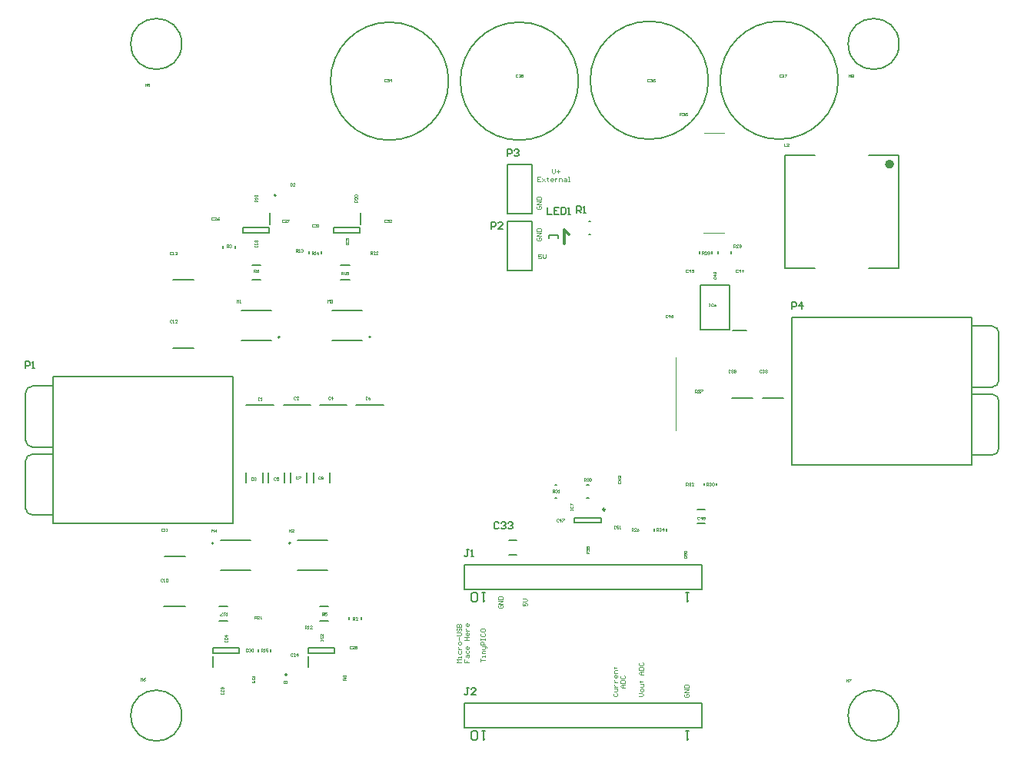
<source format=gto>
G04*
G04 #@! TF.GenerationSoftware,Altium Limited,Altium Designer,21.6.4 (81)*
G04*
G04 Layer_Color=65535*
%FSLAX44Y44*%
%MOMM*%
G71*
G04*
G04 #@! TF.SameCoordinates,04AFCEB9-1927-4C3B-B3D4-275DD85C2008*
G04*
G04*
G04 #@! TF.FilePolarity,Positive*
G04*
G01*
G75*
%ADD10C,0.2500*%
%ADD11C,0.2000*%
%ADD12C,0.5000*%
%ADD13C,0.3000*%
%ADD14C,0.1000*%
%ADD15C,0.1270*%
%ADD16C,0.1524*%
%ADD17C,0.2032*%
D10*
X524250Y257000D02*
G03*
X524250Y257000I-1250J0D01*
G01*
D11*
X-106500Y318000D02*
G03*
X-114000Y310500I0J-7500D01*
G01*
Y258500D02*
G03*
X-106500Y251000I7500J0D01*
G01*
X-114000Y333500D02*
G03*
X-106500Y326000I7500J0D01*
G01*
Y393000D02*
G03*
X-114000Y385500I0J-7500D01*
G01*
X950500Y392000D02*
G03*
X958000Y399500I0J7500D01*
G01*
Y451500D02*
G03*
X950500Y459000I-7500J0D01*
G01*
X958000Y376500D02*
G03*
X950500Y384000I-7500J0D01*
G01*
Y317000D02*
G03*
X958000Y324500I0J7500D01*
G01*
X58000Y30000D02*
G03*
X58000Y30000I-28000J0D01*
G01*
X160750Y604000D02*
G03*
X160750Y602000I0J-1000D01*
G01*
D02*
G03*
X160750Y604000I0J1000D01*
G01*
X172750Y74000D02*
G03*
X172750Y76000I0J1000D01*
G01*
D02*
G03*
X172750Y74000I0J-1000D01*
G01*
X93000Y220000D02*
G03*
X93000Y220000I-1000J0D01*
G01*
X266000Y447000D02*
G03*
X266000Y447000I-1000J0D01*
G01*
X178000Y220000D02*
G03*
X178000Y220000I-1000J0D01*
G01*
X166000Y447000D02*
G03*
X166000Y447000I-1000J0D01*
G01*
X848000Y30000D02*
G03*
X848000Y30000I-28000J0D01*
G01*
X58000Y770000D02*
G03*
X58000Y770000I-28000J0D01*
G01*
X848000D02*
G03*
X848000Y770000I-28000J0D01*
G01*
X781000Y730000D02*
G03*
X781000Y730000I-65000J0D01*
G01*
X637957D02*
G03*
X637957Y730000I-65000J0D01*
G01*
X494915Y729000D02*
G03*
X494915Y729000I-65000J0D01*
G01*
X351872D02*
G03*
X351872Y729000I-65000J0D01*
G01*
X520000Y242500D02*
Y247500D01*
X490000Y242500D02*
Y247500D01*
X520000D01*
X490000Y242500D02*
X520000D01*
X504292Y270042D02*
X506792D01*
X504292Y284042D02*
X506792D01*
X592000Y233750D02*
Y236250D01*
X578000Y233750D02*
Y236250D01*
X626031Y241595D02*
X633969D01*
X626031Y257157D02*
X633969D01*
X647000Y283750D02*
Y286250D01*
X633000Y283750D02*
Y286250D01*
X416550Y520600D02*
Y574400D01*
X443450D01*
Y520600D02*
Y574400D01*
X416550Y520600D02*
X443450D01*
X506000Y560500D02*
X508500D01*
X506000Y574500D02*
X508500D01*
X472500Y556000D02*
Y559000D01*
X462500Y556000D02*
Y559000D01*
X472500D01*
X114000Y241500D02*
Y403500D01*
X-84000Y241500D02*
Y403500D01*
Y241500D02*
X114000D01*
X-84000Y403500D02*
X114000Y403500D01*
X-106500Y318000D02*
X-84000D01*
X-114000Y258000D02*
Y310500D01*
X-106500Y251000D02*
X-84000D01*
X-106500Y326000D02*
X-84000D01*
X-114000Y333000D02*
Y385500D01*
X-106500Y393000D02*
X-84000D01*
X416550Y636900D02*
X443450D01*
X416550Y583100D02*
Y636900D01*
Y583100D02*
X443450D01*
Y636900D01*
X630750Y16500D02*
Y43500D01*
X369250D02*
X630750D01*
X369250Y16500D02*
Y43500D01*
Y16500D02*
X630750D01*
Y168900D02*
Y195900D01*
X369250D02*
X630750D01*
X369250Y168900D02*
Y195900D01*
Y168900D02*
X630750D01*
X418531Y222781D02*
X426469D01*
X418531Y207219D02*
X426469D01*
X730000Y306500D02*
Y468500D01*
X928000Y306500D02*
Y468500D01*
X730000D02*
X928000D01*
X730000Y306500D02*
X928000Y306500D01*
Y392000D02*
X950500D01*
X958000Y399500D02*
Y452000D01*
X928000Y459000D02*
X950500D01*
X928000Y384000D02*
X950500D01*
X958000Y324500D02*
Y377000D01*
X928000Y317000D02*
X950500D01*
X48500Y510000D02*
X71500D01*
X48500Y435000D02*
X71500D01*
X38696Y205000D02*
X61696D01*
X38500Y150000D02*
X61500D01*
X221000Y286500D02*
Y297500D01*
X203000Y286500D02*
Y297500D01*
X196085Y286500D02*
Y297500D01*
X178085Y286500D02*
Y297500D01*
X250000Y372000D02*
X280000D01*
X171543Y286500D02*
Y297500D01*
X153543Y286500D02*
Y297500D01*
X210000Y372000D02*
X240000D01*
X147000Y286500D02*
Y297500D01*
X129000Y286500D02*
Y297500D01*
X170000Y372000D02*
X200000D01*
X129000D02*
X159000D01*
X663615Y380000D02*
X686615D01*
X697858D02*
X720857D01*
X92500Y99000D02*
Y105000D01*
X121500D01*
Y99000D02*
Y105000D01*
X92500Y99000D02*
X121500D01*
X92000Y83500D02*
Y95500D01*
X197500Y99000D02*
Y105000D01*
X226500D01*
Y99000D02*
Y105000D01*
X197500Y99000D02*
X226500D01*
X197000Y83500D02*
Y95500D01*
X629000Y455500D02*
X661000D01*
X629000D02*
Y504500D01*
X661000D01*
Y455500D02*
Y504500D01*
X664500Y454200D02*
X679750D01*
X254500Y562000D02*
Y568000D01*
X225500Y562000D02*
X254500D01*
X225500D02*
Y568000D01*
X254500D01*
X255000Y571500D02*
Y583500D01*
X156000Y100750D02*
Y103250D01*
X142000Y100750D02*
Y103250D01*
X135269Y510000D02*
X144731D01*
X135269Y526000D02*
X144731D01*
X210270Y150000D02*
X219731D01*
X210270Y134000D02*
X219731D01*
X117000Y544750D02*
Y547250D01*
X103000Y544750D02*
Y547250D01*
X242000Y135750D02*
Y138250D01*
X256000Y135750D02*
Y138250D01*
X649043Y538750D02*
Y541250D01*
X663043Y538750D02*
Y541250D01*
X628000Y538750D02*
Y541250D01*
X642000Y538750D02*
Y541250D01*
X233270Y510000D02*
X242731D01*
X233270Y526000D02*
X242731D01*
X99436Y134000D02*
X108897D01*
X99436Y150000D02*
X108897D01*
X212000Y538750D02*
Y541250D01*
X198000Y538750D02*
Y541250D01*
X847500Y522500D02*
Y647500D01*
X722500Y522500D02*
Y647500D01*
X815000Y522500D02*
X847500D01*
X815000Y647500D02*
X847500D01*
X722500D02*
X755000D01*
X722500Y522500D02*
X755000D01*
X468750Y270042D02*
X471250D01*
X468750Y284042D02*
X471250D01*
X154500Y562000D02*
Y568000D01*
X125500Y562000D02*
X154500D01*
X125500D02*
Y568000D01*
X154500D01*
X155000Y571500D02*
Y583500D01*
D12*
X840000Y637500D02*
G03*
X840000Y637500I-2500J0D01*
G01*
D13*
X478930Y549880D02*
Y565120D01*
X484010Y560040D01*
D14*
X632500Y562000D02*
X655000D01*
X633000Y672000D02*
X655500D01*
X602472Y343950D02*
Y424600D01*
X533937Y55004D02*
X533104Y54171D01*
Y52505D01*
X533937Y51672D01*
X537269D01*
X538102Y52505D01*
Y54171D01*
X537269Y55004D01*
X534770Y56670D02*
X537269D01*
X538102Y57503D01*
Y60002D01*
X534770D01*
Y61669D02*
X538102D01*
X536436D01*
X535603Y62502D01*
X534770Y63335D01*
Y64168D01*
Y66667D02*
X538102D01*
X536436D01*
X535603Y67500D01*
X534770Y68333D01*
Y69166D01*
X538102Y74165D02*
Y72498D01*
X537269Y71665D01*
X535603D01*
X534770Y72498D01*
Y74165D01*
X535603Y74998D01*
X536436D01*
Y71665D01*
X538102Y76664D02*
X534770D01*
Y79163D01*
X535603Y79996D01*
X538102D01*
X533937Y82495D02*
X534770D01*
Y81662D01*
Y83328D01*
Y82495D01*
X537269D01*
X538102Y83328D01*
X546500Y60835D02*
X543168D01*
X541502Y62502D01*
X543168Y64168D01*
X546500D01*
X544001D01*
Y60835D01*
X541502Y65834D02*
X546500D01*
Y68333D01*
X545667Y69166D01*
X542335D01*
X541502Y68333D01*
Y65834D01*
X542335Y74165D02*
X541502Y73331D01*
Y71665D01*
X542335Y70832D01*
X545667D01*
X546500Y71665D01*
Y73331D01*
X545667Y74165D01*
X449835Y591668D02*
X449002Y590835D01*
Y589169D01*
X449835Y588336D01*
X453167D01*
X454000Y589169D01*
Y590835D01*
X453167Y591668D01*
X451501D01*
Y590002D01*
X454000Y593334D02*
X449002D01*
X454000Y596666D01*
X449002D01*
Y598332D02*
X454000D01*
Y600831D01*
X453167Y601665D01*
X449835D01*
X449002Y600831D01*
Y598332D01*
X561502Y51256D02*
X564834D01*
X566500Y52922D01*
X564834Y54588D01*
X561502D01*
X566500Y57087D02*
Y58754D01*
X565667Y59587D01*
X564001D01*
X563168Y58754D01*
Y57087D01*
X564001Y56255D01*
X565667D01*
X566500Y57087D01*
X563168Y61253D02*
X565667D01*
X566500Y62086D01*
Y64585D01*
X563168D01*
X562335Y67084D02*
X563168D01*
Y66251D01*
Y67917D01*
Y67084D01*
X565667D01*
X566500Y67917D01*
Y75415D02*
X563168D01*
X561502Y77081D01*
X563168Y78747D01*
X566500D01*
X564001D01*
Y75415D01*
X561502Y80413D02*
X566500D01*
Y82912D01*
X565667Y83745D01*
X562335D01*
X561502Y82912D01*
Y80413D01*
X562335Y88744D02*
X561502Y87911D01*
Y86245D01*
X562335Y85412D01*
X565667D01*
X566500Y86245D01*
Y87911D01*
X565667Y88744D01*
X365602Y88757D02*
X360604D01*
X362270Y90423D01*
X360604Y92089D01*
X365602D01*
Y93755D02*
Y95421D01*
Y94588D01*
X362270D01*
Y93755D01*
Y101253D02*
Y98754D01*
X363103Y97921D01*
X364769D01*
X365602Y98754D01*
Y101253D01*
X362270Y102919D02*
X365602D01*
X363936D01*
X363103Y103752D01*
X362270Y104585D01*
Y105418D01*
X365602Y108750D02*
Y110417D01*
X364769Y111250D01*
X363103D01*
X362270Y110417D01*
Y108750D01*
X363103Y107917D01*
X364769D01*
X365602Y108750D01*
X363103Y112916D02*
Y116248D01*
X360604Y117914D02*
X364769D01*
X365602Y118747D01*
Y120413D01*
X364769Y121246D01*
X360604D01*
X361437Y126245D02*
X360604Y125412D01*
Y123746D01*
X361437Y122913D01*
X362270D01*
X363103Y123746D01*
Y125412D01*
X363936Y126245D01*
X364769D01*
X365602Y125412D01*
Y123746D01*
X364769Y122913D01*
X360604Y127911D02*
X365602D01*
Y130410D01*
X364769Y131243D01*
X363936D01*
X363103Y130410D01*
Y127911D01*
Y130410D01*
X362270Y131243D01*
X361437D01*
X360604Y130410D01*
Y127911D01*
X369002Y91673D02*
Y88341D01*
X371501D01*
Y90007D01*
Y88341D01*
X374000D01*
X370668Y94172D02*
Y95838D01*
X371501Y96671D01*
X374000D01*
Y94172D01*
X373167Y93339D01*
X372334Y94172D01*
Y96671D01*
X370668Y101670D02*
Y99170D01*
X371501Y98337D01*
X373167D01*
X374000Y99170D01*
Y101670D01*
Y105835D02*
Y104169D01*
X373167Y103336D01*
X371501D01*
X370668Y104169D01*
Y105835D01*
X371501Y106668D01*
X372334D01*
Y103336D01*
X369002Y113332D02*
X374000D01*
X371501D01*
Y116665D01*
X369002D01*
X374000D01*
Y120830D02*
Y119164D01*
X373167Y118331D01*
X371501D01*
X370668Y119164D01*
Y120830D01*
X371501Y121663D01*
X372334D01*
Y118331D01*
X370668Y123329D02*
X374000D01*
X372334D01*
X371501Y124162D01*
X370668Y124995D01*
Y125828D01*
X374000Y130827D02*
Y129160D01*
X373167Y128327D01*
X371501D01*
X370668Y129160D01*
Y130827D01*
X371501Y131660D01*
X372334D01*
Y128327D01*
X434002Y154167D02*
Y150835D01*
X436501D01*
X435668Y152501D01*
Y153334D01*
X436501Y154167D01*
X438167D01*
X439000Y153334D01*
Y151668D01*
X438167Y150835D01*
X434002Y155833D02*
X437334D01*
X439000Y157499D01*
X437334Y159165D01*
X434002D01*
X387336Y89173D02*
Y92505D01*
Y90839D01*
X392334D01*
Y94171D02*
Y95837D01*
Y95004D01*
X389002D01*
Y94171D01*
X392334Y98336D02*
X389002D01*
Y100836D01*
X389835Y101669D01*
X392334D01*
X389002Y103335D02*
X391501D01*
X392334Y104168D01*
Y106667D01*
X393167D01*
X394000Y105834D01*
Y105001D01*
X392334Y106667D02*
X389002D01*
X392334Y108333D02*
X387336D01*
Y110832D01*
X388168Y111665D01*
X389835D01*
X390668Y110832D01*
Y108333D01*
X387336Y113331D02*
Y114998D01*
Y114164D01*
X392334D01*
Y113331D01*
Y114998D01*
X388168Y120829D02*
X387336Y119996D01*
Y118330D01*
X388168Y117497D01*
X391501D01*
X392334Y118330D01*
Y119996D01*
X391501Y120829D01*
X387336Y124994D02*
Y123328D01*
X388168Y122495D01*
X391501D01*
X392334Y123328D01*
Y124994D01*
X391501Y125827D01*
X388168D01*
X387336Y124994D01*
X454167Y538498D02*
X450835D01*
Y535999D01*
X452501Y536832D01*
X453334D01*
X454167Y535999D01*
Y534333D01*
X453334Y533500D01*
X451668D01*
X450835Y534333D01*
X455833Y538498D02*
Y535166D01*
X457499Y533500D01*
X459165Y535166D01*
Y538498D01*
X612335Y54168D02*
X611502Y53335D01*
Y51669D01*
X612335Y50835D01*
X615667D01*
X616500Y51669D01*
Y53335D01*
X615667Y54168D01*
X614001D01*
Y52502D01*
X616500Y55834D02*
X611502D01*
X616500Y59166D01*
X611502D01*
Y60832D02*
X616500D01*
Y63331D01*
X615667Y64165D01*
X612335D01*
X611502Y63331D01*
Y60832D01*
X449835Y556668D02*
X449002Y555835D01*
Y554169D01*
X449835Y553336D01*
X453167D01*
X454000Y554169D01*
Y555835D01*
X453167Y556668D01*
X451501D01*
Y555002D01*
X454000Y558334D02*
X449002D01*
X454000Y561666D01*
X449002D01*
Y563332D02*
X454000D01*
Y565831D01*
X453167Y566665D01*
X449835D01*
X449002Y565831D01*
Y563332D01*
X465834Y631896D02*
Y628564D01*
X467500Y626898D01*
X469166Y628564D01*
Y631896D01*
X470832Y629397D02*
X474165D01*
X472498Y631063D02*
Y627731D01*
X452921Y623498D02*
X449589D01*
Y618500D01*
X452921D01*
X449589Y620999D02*
X451255D01*
X454588Y621832D02*
X457920Y618500D01*
X456254Y620166D01*
X457920Y621832D01*
X454588Y618500D01*
X460419Y622665D02*
Y621832D01*
X459586D01*
X461252D01*
X460419D01*
Y619333D01*
X461252Y618500D01*
X466250D02*
X464584D01*
X463751Y619333D01*
Y620999D01*
X464584Y621832D01*
X466250D01*
X467084Y620999D01*
Y620166D01*
X463751D01*
X468750Y621832D02*
Y618500D01*
Y620166D01*
X469583Y620999D01*
X470416Y621832D01*
X471249D01*
X473748Y618500D02*
Y621832D01*
X476247D01*
X477080Y620999D01*
Y618500D01*
X479579Y621832D02*
X481245D01*
X482079Y620999D01*
Y618500D01*
X479579D01*
X478746Y619333D01*
X479579Y620166D01*
X482079D01*
X483745Y618500D02*
X485411D01*
X484578D01*
Y623498D01*
X483745D01*
X407335Y151668D02*
X406502Y150835D01*
Y149169D01*
X407335Y148336D01*
X410667D01*
X411500Y149169D01*
Y150835D01*
X410667Y151668D01*
X409001D01*
Y150002D01*
X411500Y153334D02*
X406502D01*
X411500Y156666D01*
X406502D01*
Y158332D02*
X411500D01*
Y160831D01*
X410667Y161665D01*
X407335D01*
X406502Y160831D01*
Y158332D01*
X623501Y386001D02*
Y388999D01*
X625001D01*
X625501Y388500D01*
Y387500D01*
X625001Y387000D01*
X623501D01*
X624501D02*
X625501Y386001D01*
X626500Y388500D02*
X627000Y388999D01*
X628000D01*
X628500Y388500D01*
Y388000D01*
X628000Y387500D01*
X627500D01*
X628000D01*
X628500Y387000D01*
Y386500D01*
X628000Y386001D01*
X627000D01*
X626500Y386500D01*
X629499Y388999D02*
X631499D01*
Y388500D01*
X629499Y386500D01*
Y386001D01*
X553501Y233500D02*
Y236500D01*
X555001D01*
X555501Y236000D01*
Y235000D01*
X555001Y234500D01*
X553501D01*
X554501D02*
X555501Y233500D01*
X558500D02*
X556500D01*
X558500Y235500D01*
Y236000D01*
X558000Y236500D01*
X557000D01*
X556500Y236000D01*
X561499Y236500D02*
X560499Y236000D01*
X559499Y235000D01*
Y234000D01*
X559999Y233500D01*
X560999D01*
X561499Y234000D01*
Y234500D01*
X560999Y235000D01*
X559499D01*
X718001Y736000D02*
X717501Y736499D01*
X716501D01*
X716001Y736000D01*
Y734000D01*
X716501Y733501D01*
X717501D01*
X718001Y734000D01*
X719000Y736000D02*
X719500Y736499D01*
X720500D01*
X721000Y736000D01*
Y735500D01*
X720500Y735000D01*
X720000D01*
X720500D01*
X721000Y734500D01*
Y734000D01*
X720500Y733501D01*
X719500D01*
X719000Y734000D01*
X721999Y736499D02*
X723999D01*
Y736000D01*
X721999Y734000D01*
Y733501D01*
X573001Y731000D02*
X572501Y731499D01*
X571501D01*
X571001Y731000D01*
Y729000D01*
X571501Y728501D01*
X572501D01*
X573001Y729000D01*
X574000Y731000D02*
X574500Y731499D01*
X575500D01*
X576000Y731000D01*
Y730500D01*
X575500Y730000D01*
X575000D01*
X575500D01*
X576000Y729500D01*
Y729000D01*
X575500Y728501D01*
X574500D01*
X574000Y729000D01*
X578999Y731499D02*
X577999Y731000D01*
X576999Y730000D01*
Y729000D01*
X577499Y728501D01*
X578499D01*
X578999Y729000D01*
Y729500D01*
X578499Y730000D01*
X576999D01*
X428001Y736000D02*
X427501Y736499D01*
X426501D01*
X426001Y736000D01*
Y734000D01*
X426501Y733501D01*
X427501D01*
X428001Y734000D01*
X429000Y736000D02*
X429500Y736499D01*
X430500D01*
X431000Y736000D01*
Y735500D01*
X430500Y735000D01*
X430000D01*
X430500D01*
X431000Y734500D01*
Y734000D01*
X430500Y733501D01*
X429500D01*
X429000Y734000D01*
X433999Y736499D02*
X431999D01*
Y735000D01*
X432999Y735500D01*
X433499D01*
X433999Y735000D01*
Y734000D01*
X433499Y733501D01*
X432499D01*
X431999Y734000D01*
X283001Y731000D02*
X282501Y731499D01*
X281501D01*
X281001Y731000D01*
Y729000D01*
X281501Y728501D01*
X282501D01*
X283001Y729000D01*
X284000Y731000D02*
X284500Y731499D01*
X285500D01*
X286000Y731000D01*
Y730500D01*
X285500Y730000D01*
X285000D01*
X285500D01*
X286000Y729500D01*
Y729000D01*
X285500Y728501D01*
X284500D01*
X284000Y729000D01*
X288499Y728501D02*
Y731499D01*
X286999Y730000D01*
X288999D01*
X792501Y733501D02*
Y736499D01*
X793501Y735500D01*
X794500Y736499D01*
Y733501D01*
X795500Y736000D02*
X796000Y736499D01*
X796999D01*
X797499Y736000D01*
Y735500D01*
X796999Y735000D01*
X797499Y734500D01*
Y734000D01*
X796999Y733501D01*
X796000D01*
X795500Y734000D01*
Y734500D01*
X796000Y735000D01*
X795500Y735500D01*
Y736000D01*
X796000Y735000D02*
X796999D01*
X789982Y67098D02*
Y70097D01*
X790982Y69097D01*
X791981Y70097D01*
Y67098D01*
X792981Y70097D02*
X794980D01*
Y69597D01*
X792981Y67598D01*
Y67098D01*
X12501Y68500D02*
Y71500D01*
X13500Y70500D01*
X14500Y71500D01*
Y68500D01*
X17499Y71500D02*
X16500Y71000D01*
X15500Y70000D01*
Y69000D01*
X16000Y68500D01*
X16999D01*
X17499Y69000D01*
Y69500D01*
X16999Y70000D01*
X15500D01*
X17501Y723501D02*
Y726499D01*
X18500Y725500D01*
X19500Y726499D01*
Y723501D01*
X22499Y726499D02*
X20500D01*
Y725000D01*
X21500Y725500D01*
X21999D01*
X22499Y725000D01*
Y724000D01*
X21999Y723501D01*
X21000D01*
X20500Y724000D01*
X266001Y538501D02*
Y541499D01*
X267501D01*
X268001Y541000D01*
Y540000D01*
X267501Y539500D01*
X266001D01*
X267001D02*
X268001Y538501D01*
X271000D02*
X269000D01*
X271000Y540500D01*
Y541000D01*
X270500Y541499D01*
X269500D01*
X269000Y541000D01*
X273999Y538501D02*
X271999D01*
X273999Y540500D01*
Y541000D01*
X273499Y541499D01*
X272499D01*
X271999Y541000D01*
X138501Y136501D02*
Y139500D01*
X140001D01*
X140500Y139000D01*
Y138000D01*
X140001Y137500D01*
X138501D01*
X139501D02*
X140500Y136501D01*
X143500D02*
X141500D01*
X143500Y138500D01*
Y139000D01*
X143000Y139500D01*
X142000D01*
X141500Y139000D01*
X144499Y136501D02*
X145499D01*
X144999D01*
Y139500D01*
X144499Y139000D01*
X251500Y596001D02*
X248500D01*
Y597501D01*
X249000Y598001D01*
X250000D01*
X250500Y597501D01*
Y596001D01*
Y597001D02*
X251500Y598001D01*
Y601000D02*
Y599000D01*
X249500Y601000D01*
X249000D01*
X248500Y600500D01*
Y599500D01*
X249000Y599000D01*
Y601999D02*
X248500Y602499D01*
Y603499D01*
X249000Y603999D01*
X251000D01*
X251500Y603499D01*
Y602499D01*
X251000Y601999D01*
X249000D01*
X135500Y73706D02*
X138499D01*
Y72207D01*
X138000Y71707D01*
X137000D01*
X136500Y72207D01*
Y73706D01*
Y72707D02*
X135500Y71707D01*
Y70707D02*
Y69707D01*
Y70207D01*
X138499D01*
X138000Y70707D01*
X136000Y68208D02*
X135500Y67708D01*
Y66708D01*
X136000Y66209D01*
X138000D01*
X138499Y66708D01*
Y67708D01*
X138000Y68208D01*
X137500D01*
X137000Y67708D01*
Y66209D01*
X183751Y541001D02*
Y543999D01*
X185251D01*
X185751Y543500D01*
Y542500D01*
X185251Y542000D01*
X183751D01*
X184751D02*
X185751Y541001D01*
X186750D02*
X187750D01*
X187250D01*
Y543999D01*
X186750Y543500D01*
X189249D02*
X189749Y543999D01*
X190749D01*
X191249Y543500D01*
Y543000D01*
X190749Y542500D01*
X190249D01*
X190749D01*
X191249Y542000D01*
Y541500D01*
X190749Y541001D01*
X189749D01*
X189249Y541500D01*
X193751Y126000D02*
Y129000D01*
X195251D01*
X195751Y128500D01*
Y127500D01*
X195251Y127000D01*
X193751D01*
X194751D02*
X195751Y126000D01*
X196750D02*
X197750D01*
X197250D01*
Y129000D01*
X196750Y128500D01*
X201249Y126000D02*
X199249D01*
X201249Y128000D01*
Y128500D01*
X200749Y129000D01*
X199749D01*
X199249Y128500D01*
X141500Y596251D02*
X138500D01*
Y597751D01*
X139000Y598251D01*
X140000D01*
X140500Y597751D01*
Y596251D01*
Y597251D02*
X141500Y598251D01*
Y599250D02*
Y600250D01*
Y599750D01*
X138500D01*
X139000Y599250D01*
Y601749D02*
X138500Y602249D01*
Y603249D01*
X139000Y603749D01*
X141000D01*
X141500Y603249D01*
Y602249D01*
X141000Y601749D01*
X139000D01*
X238500Y69501D02*
X235501D01*
Y71000D01*
X236000Y71500D01*
X237000D01*
X237500Y71000D01*
Y69501D01*
Y70500D02*
X238500Y71500D01*
X238000Y72500D02*
X238500Y73000D01*
Y73999D01*
X238000Y74499D01*
X236000D01*
X235501Y73999D01*
Y73000D01*
X236000Y72500D01*
X236500D01*
X237000Y73000D01*
Y74499D01*
X721148Y660431D02*
Y657432D01*
X723147D01*
X726146D02*
X724147D01*
X726146Y659431D01*
Y659931D01*
X725647Y660431D01*
X724647D01*
X724147Y659931D01*
X606594Y691214D02*
Y694213D01*
X608093D01*
X608593Y693713D01*
Y692713D01*
X608093Y692214D01*
X606594D01*
X607594D02*
X608593Y691214D01*
X609593Y693713D02*
X610093Y694213D01*
X611093D01*
X611592Y693713D01*
Y693213D01*
X611093Y692713D01*
X610593D01*
X611093D01*
X611592Y692214D01*
Y691714D01*
X611093Y691214D01*
X610093D01*
X609593Y691714D01*
X614591Y694213D02*
X613592Y693713D01*
X612592Y692713D01*
Y691714D01*
X613092Y691214D01*
X614092D01*
X614591Y691714D01*
Y692214D01*
X614092Y692713D01*
X612592D01*
X506499Y208501D02*
X503501D01*
Y210001D01*
X504000Y210501D01*
X505000D01*
X505500Y210001D01*
Y208501D01*
Y209501D02*
X506499Y210501D01*
X504000Y211500D02*
X503501Y212000D01*
Y213000D01*
X504000Y213500D01*
X504500D01*
X505000Y213000D01*
Y212500D01*
Y213000D01*
X505500Y213500D01*
X506000D01*
X506499Y213000D01*
Y212000D01*
X506000Y211500D01*
X503501Y216499D02*
Y214499D01*
X505000D01*
X504500Y215499D01*
Y215999D01*
X505000Y216499D01*
X506000D01*
X506499Y215999D01*
Y214999D01*
X506000Y214499D01*
X581001Y233500D02*
Y236500D01*
X582501D01*
X583001Y236000D01*
Y235000D01*
X582501Y234500D01*
X581001D01*
X582001D02*
X583001Y233500D01*
X584000Y236000D02*
X584500Y236500D01*
X585500D01*
X586000Y236000D01*
Y235500D01*
X585500Y235000D01*
X585000D01*
X585500D01*
X586000Y234500D01*
Y234000D01*
X585500Y233500D01*
X584500D01*
X584000Y234000D01*
X588499Y233500D02*
Y236500D01*
X586999Y235000D01*
X588999D01*
X501001Y288500D02*
Y291500D01*
X502501D01*
X503001Y291000D01*
Y290000D01*
X502501Y289500D01*
X501001D01*
X502001D02*
X503001Y288500D01*
X504000Y291000D02*
X504500Y291500D01*
X505500D01*
X506000Y291000D01*
Y290500D01*
X505500Y290000D01*
X505000D01*
X505500D01*
X506000Y289500D01*
Y289000D01*
X505500Y288500D01*
X504500D01*
X504000Y289000D01*
X506999Y291000D02*
X507499Y291500D01*
X508499D01*
X508999Y291000D01*
Y290500D01*
X508499Y290000D01*
X507999D01*
X508499D01*
X508999Y289500D01*
Y289000D01*
X508499Y288500D01*
X507499D01*
X506999Y289000D01*
X613501Y283500D02*
Y286500D01*
X615001D01*
X615501Y286000D01*
Y285000D01*
X615001Y284500D01*
X613501D01*
X614501D02*
X615501Y283500D01*
X616500Y286000D02*
X617000Y286500D01*
X618000D01*
X618500Y286000D01*
Y285500D01*
X618000Y285000D01*
X617500D01*
X618000D01*
X618500Y284500D01*
Y284000D01*
X618000Y283500D01*
X617000D01*
X616500Y284000D01*
X621499Y283500D02*
X619499D01*
X621499Y285500D01*
Y286000D01*
X620999Y286500D01*
X619999D01*
X619499Y286000D01*
X466501Y276000D02*
Y279000D01*
X468001D01*
X468501Y278500D01*
Y277500D01*
X468001Y277000D01*
X466501D01*
X467501D02*
X468501Y276000D01*
X469500Y278500D02*
X470000Y279000D01*
X471000D01*
X471499Y278500D01*
Y278000D01*
X471000Y277500D01*
X470500D01*
X471000D01*
X471499Y277000D01*
Y276500D01*
X471000Y276000D01*
X470000D01*
X469500Y276500D01*
X472499Y276000D02*
X473499D01*
X472999D01*
Y279000D01*
X472499Y278500D01*
X636001Y283500D02*
Y286500D01*
X637501D01*
X638001Y286000D01*
Y285000D01*
X637501Y284500D01*
X636001D01*
X637001D02*
X638001Y283500D01*
X639000Y286000D02*
X639500Y286500D01*
X640500D01*
X641000Y286000D01*
Y285500D01*
X640500Y285000D01*
X640000D01*
X640500D01*
X641000Y284500D01*
Y284000D01*
X640500Y283500D01*
X639500D01*
X639000Y284000D01*
X641999Y286000D02*
X642499Y286500D01*
X643499D01*
X643999Y286000D01*
Y284000D01*
X643499Y283500D01*
X642499D01*
X641999Y284000D01*
Y286000D01*
X666001Y546001D02*
Y548999D01*
X667501D01*
X668001Y548500D01*
Y547500D01*
X667501Y547000D01*
X666001D01*
X667001D02*
X668001Y546001D01*
X671000D02*
X669000D01*
X671000Y548000D01*
Y548500D01*
X670500Y548999D01*
X669500D01*
X669000Y548500D01*
X671999Y546500D02*
X672499Y546001D01*
X673499D01*
X673999Y546500D01*
Y548500D01*
X673499Y548999D01*
X672499D01*
X671999Y548500D01*
Y548000D01*
X672499Y547500D01*
X673999D01*
X631001Y538501D02*
Y541499D01*
X632501D01*
X633001Y541000D01*
Y540000D01*
X632501Y539500D01*
X631001D01*
X632001D02*
X633001Y538501D01*
X636000D02*
X634000D01*
X636000Y540500D01*
Y541000D01*
X635500Y541499D01*
X634500D01*
X634000Y541000D01*
X636999D02*
X637499Y541499D01*
X638499D01*
X638999Y541000D01*
Y540500D01*
X638499Y540000D01*
X638999Y539500D01*
Y539000D01*
X638499Y538501D01*
X637499D01*
X636999Y539000D01*
Y539500D01*
X637499Y540000D01*
X636999Y540500D01*
Y541000D01*
X637499Y540000D02*
X638499D01*
X233751Y516001D02*
Y518999D01*
X235251D01*
X235751Y518500D01*
Y517500D01*
X235251Y517000D01*
X233751D01*
X234751D02*
X235751Y516001D01*
X236750D02*
X237750D01*
X237250D01*
Y518999D01*
X236750Y518500D01*
X239249D02*
X239749Y518999D01*
X240749D01*
X241249Y518500D01*
Y518000D01*
X240749Y517500D01*
X241249Y517000D01*
Y516500D01*
X240749Y516001D01*
X239749D01*
X239249Y516500D01*
Y517000D01*
X239749Y517500D01*
X239249Y518000D01*
Y518500D01*
X239749Y517500D02*
X240749D01*
X107915Y143499D02*
Y140500D01*
X106416D01*
X105916Y141000D01*
Y142000D01*
X106416Y142500D01*
X107915D01*
X106916D02*
X105916Y143499D01*
X104916D02*
X103916D01*
X104416D01*
Y140500D01*
X104916Y141000D01*
X102417Y140500D02*
X100418D01*
Y141000D01*
X102417Y143000D01*
Y143499D01*
X201251Y538501D02*
Y541499D01*
X202751D01*
X203251Y541000D01*
Y540000D01*
X202751Y539500D01*
X201251D01*
X202251D02*
X203251Y538501D01*
X204250D02*
X205250D01*
X204750D01*
Y541499D01*
X204250Y541000D01*
X208749Y541499D02*
X207749Y541000D01*
X206749Y540000D01*
Y539000D01*
X207249Y538501D01*
X208249D01*
X208749Y539000D01*
Y539500D01*
X208249Y540000D01*
X206749D01*
X145416Y100500D02*
Y103499D01*
X146916D01*
X147416Y103000D01*
Y102000D01*
X146916Y101500D01*
X145416D01*
X146416D02*
X147416Y100500D01*
X148415D02*
X149415D01*
X148915D01*
Y103499D01*
X148415Y103000D01*
X152914Y103499D02*
X150914D01*
Y102000D01*
X151914Y102500D01*
X152414D01*
X152914Y102000D01*
Y101000D01*
X152414Y100500D01*
X151414D01*
X150914Y101000D01*
X137501Y518501D02*
Y521499D01*
X139000D01*
X139500Y521000D01*
Y520000D01*
X139000Y519500D01*
X137501D01*
X138500D02*
X139500Y518501D01*
X142499Y521499D02*
X141500Y521000D01*
X140500Y520000D01*
Y519000D01*
X141000Y518501D01*
X141999D01*
X142499Y519000D01*
Y519500D01*
X141999Y520000D01*
X140500D01*
X212501Y140500D02*
Y143499D01*
X214000D01*
X214500Y143000D01*
Y142000D01*
X214000Y141500D01*
X212501D01*
X213500D02*
X214500Y140500D01*
X217499Y143499D02*
X215500D01*
Y142000D01*
X216500Y142500D01*
X216999D01*
X217499Y142000D01*
Y141000D01*
X216999Y140500D01*
X216000D01*
X215500Y141000D01*
X107501Y546001D02*
Y548999D01*
X109000D01*
X109500Y548500D01*
Y547500D01*
X109000Y547000D01*
X107501D01*
X108500D02*
X109500Y546001D01*
X110500Y548500D02*
X111000Y548999D01*
X111999D01*
X112499Y548500D01*
Y548000D01*
X111999Y547500D01*
X111500D01*
X111999D01*
X112499Y547000D01*
Y546500D01*
X111999Y546001D01*
X111000D01*
X110500Y546500D01*
X246501Y135500D02*
Y138499D01*
X248000D01*
X248500Y138000D01*
Y137000D01*
X248000Y136500D01*
X246501D01*
X247500D02*
X248500Y135500D01*
X251499D02*
X249500D01*
X251499Y137500D01*
Y138000D01*
X250999Y138499D01*
X250000D01*
X249500Y138000D01*
X90974Y232236D02*
Y235235D01*
X91974Y234235D01*
X92973Y235235D01*
Y232236D01*
X95473D02*
Y235235D01*
X93973Y233736D01*
X95972D01*
X218736Y485220D02*
Y488219D01*
X219736Y487219D01*
X220735Y488219D01*
Y485220D01*
X221735Y487719D02*
X222235Y488219D01*
X223235D01*
X223734Y487719D01*
Y487219D01*
X223235Y486720D01*
X222735D01*
X223235D01*
X223734Y486220D01*
Y485720D01*
X223235Y485220D01*
X222235D01*
X221735Y485720D01*
X176064Y232236D02*
Y235235D01*
X177064Y234235D01*
X178063Y235235D01*
Y232236D01*
X181062D02*
X179063D01*
X181062Y234235D01*
Y234735D01*
X180563Y235235D01*
X179563D01*
X179063Y234735D01*
X118660Y485220D02*
Y488219D01*
X119660Y487219D01*
X120659Y488219D01*
Y485220D01*
X121659D02*
X122659D01*
X122159D01*
Y488219D01*
X121659Y487719D01*
X486001Y256251D02*
Y257251D01*
Y256751D01*
X488999D01*
Y256251D01*
Y257251D01*
X486500Y260750D02*
X486001Y260250D01*
Y259250D01*
X486500Y258750D01*
X488500D01*
X488999Y259250D01*
Y260250D01*
X488500Y260750D01*
X486001Y261749D02*
Y263749D01*
X486500D01*
X488500Y261749D01*
X488999D01*
X638751Y483999D02*
X639751D01*
X639251D01*
Y481001D01*
X638751D01*
X639751D01*
X643250Y483500D02*
X642750Y483999D01*
X641750D01*
X641250Y483500D01*
Y481500D01*
X641750Y481001D01*
X642750D01*
X643250Y481500D01*
X646249Y483999D02*
X645249Y483500D01*
X644249Y482500D01*
Y481500D01*
X644749Y481001D01*
X645749D01*
X646249Y481500D01*
Y482000D01*
X645749Y482500D01*
X644249D01*
X238500Y548751D02*
Y549751D01*
Y549251D01*
X241500D01*
Y548751D01*
Y549751D01*
X239000Y553250D02*
X238500Y552750D01*
Y551750D01*
X239000Y551250D01*
X241000D01*
X241500Y551750D01*
Y552750D01*
X241000Y553250D01*
X238500Y556249D02*
Y554249D01*
X240000D01*
X239500Y555249D01*
Y555749D01*
X240000Y556249D01*
X241000D01*
X241500Y555749D01*
Y554749D01*
X241000Y554249D01*
X105500Y111251D02*
Y112251D01*
Y111751D01*
X108499D01*
Y111251D01*
Y112251D01*
X106000Y115750D02*
X105500Y115250D01*
Y114250D01*
X106000Y113750D01*
X108000D01*
X108499Y114250D01*
Y115250D01*
X108000Y115750D01*
X108499Y118249D02*
X105500D01*
X107000Y116749D01*
Y118749D01*
X138500Y546251D02*
Y547251D01*
Y546751D01*
X141500D01*
Y546251D01*
Y547251D01*
X139000Y550750D02*
X138500Y550250D01*
Y549250D01*
X139000Y548750D01*
X141000D01*
X141500Y549250D01*
Y550250D01*
X141000Y550750D01*
X139000Y551749D02*
X138500Y552249D01*
Y553249D01*
X139000Y553749D01*
X139500D01*
X140000Y553249D01*
Y552749D01*
Y553249D01*
X140500Y553749D01*
X141000D01*
X141500Y553249D01*
Y552249D01*
X141000Y551749D01*
X210501Y112251D02*
Y113251D01*
Y112751D01*
X213500D01*
Y112251D01*
Y113251D01*
X211000Y116750D02*
X210501Y116250D01*
Y115250D01*
X211000Y114750D01*
X213000D01*
X213500Y115250D01*
Y116250D01*
X213000Y116750D01*
X213500Y119749D02*
Y117749D01*
X211500Y119749D01*
X211000D01*
X210501Y119249D01*
Y118249D01*
X211000Y117749D01*
X177501Y616499D02*
Y613501D01*
X179000D01*
X179500Y614000D01*
Y616000D01*
X179000Y616499D01*
X177501D01*
X182499Y613501D02*
X180500D01*
X182499Y615500D01*
Y616000D01*
X181999Y616499D01*
X181000D01*
X180500Y616000D01*
X170001Y68499D02*
Y65500D01*
X171500D01*
X172000Y66000D01*
Y68000D01*
X171500Y68499D01*
X170001D01*
X173000Y65500D02*
X173999D01*
X173500D01*
Y68499D01*
X173000Y68000D01*
X536001Y238500D02*
X535501Y239000D01*
X534501D01*
X534001Y238500D01*
Y236500D01*
X534501Y236000D01*
X535501D01*
X536001Y236500D01*
X538999Y239000D02*
X537000D01*
Y237500D01*
X538000Y238000D01*
X538500D01*
X538999Y237500D01*
Y236500D01*
X538500Y236000D01*
X537500D01*
X537000Y236500D01*
X539999Y236000D02*
X540999D01*
X540499D01*
Y239000D01*
X539999Y238500D01*
X611500Y205501D02*
X611001Y205001D01*
Y204001D01*
X611500Y203501D01*
X613500D01*
X613999Y204001D01*
Y205001D01*
X613500Y205501D01*
X611001Y208500D02*
Y206500D01*
X612500D01*
X612000Y207500D01*
Y208000D01*
X612500Y208500D01*
X613500D01*
X613999Y208000D01*
Y207000D01*
X613500Y206500D01*
X611500Y209499D02*
X611001Y209999D01*
Y210999D01*
X611500Y211499D01*
X613500D01*
X613999Y210999D01*
Y209999D01*
X613500Y209499D01*
X611500D01*
X539000Y288001D02*
X538500Y287501D01*
Y286501D01*
X539000Y286001D01*
X541000D01*
X541499Y286501D01*
Y287501D01*
X541000Y288001D01*
X541499Y290500D02*
X538500D01*
X540000Y289000D01*
Y291000D01*
X541000Y291999D02*
X541499Y292499D01*
Y293499D01*
X541000Y293999D01*
X539000D01*
X538500Y293499D01*
Y292499D01*
X539000Y291999D01*
X539500D01*
X540000Y292499D01*
Y293999D01*
X628001Y248500D02*
X627501Y249000D01*
X626501D01*
X626001Y248500D01*
Y246500D01*
X626501Y246000D01*
X627501D01*
X628001Y246500D01*
X630500Y246000D02*
Y249000D01*
X629000Y247500D01*
X631000D01*
X631999Y248500D02*
X632499Y249000D01*
X633499D01*
X633999Y248500D01*
Y248000D01*
X633499Y247500D01*
X633999Y247000D01*
Y246500D01*
X633499Y246000D01*
X632499D01*
X631999Y246500D01*
Y247000D01*
X632499Y247500D01*
X631999Y248000D01*
Y248500D01*
X632499Y247500D02*
X633499D01*
X473001Y246000D02*
X472501Y246500D01*
X471501D01*
X471001Y246000D01*
Y244000D01*
X471501Y243500D01*
X472501D01*
X473001Y244000D01*
X475500Y243500D02*
Y246500D01*
X474000Y245000D01*
X476000D01*
X476999Y246500D02*
X478999D01*
Y246000D01*
X476999Y244000D01*
Y243500D01*
X593001Y471000D02*
X592501Y471499D01*
X591501D01*
X591001Y471000D01*
Y469000D01*
X591501Y468501D01*
X592501D01*
X593001Y469000D01*
X595500Y468501D02*
Y471499D01*
X594000Y470000D01*
X596000D01*
X598999Y471499D02*
X597999Y471000D01*
X596999Y470000D01*
Y469000D01*
X597499Y468501D01*
X598499D01*
X598999Y469000D01*
Y469500D01*
X598499Y470000D01*
X596999D01*
X615501Y521000D02*
X615001Y521499D01*
X614001D01*
X613501Y521000D01*
Y519000D01*
X614001Y518501D01*
X615001D01*
X615501Y519000D01*
X618000Y518501D02*
Y521499D01*
X616500Y520000D01*
X618500D01*
X621499Y521499D02*
X619499D01*
Y520000D01*
X620499Y520500D01*
X620999D01*
X621499Y520000D01*
Y519000D01*
X620999Y518501D01*
X619999D01*
X619499Y519000D01*
X670501Y521000D02*
X670001Y521499D01*
X669001D01*
X668501Y521000D01*
Y519000D01*
X669001Y518501D01*
X670001D01*
X670501Y519000D01*
X673000Y518501D02*
Y521499D01*
X671500Y520000D01*
X673500D01*
X675999Y518501D02*
Y521499D01*
X674499Y520000D01*
X676499D01*
X644000Y513001D02*
X643501Y512501D01*
Y511501D01*
X644000Y511001D01*
X646000D01*
X646499Y511501D01*
Y512501D01*
X646000Y513001D01*
X646499Y515500D02*
X643501D01*
X645000Y514000D01*
Y516000D01*
X644000Y516999D02*
X643501Y517499D01*
Y518499D01*
X644000Y518999D01*
X644500D01*
X645000Y518499D01*
Y517999D01*
Y518499D01*
X645500Y518999D01*
X646000D01*
X646499Y518499D01*
Y517499D01*
X646000Y516999D01*
X662187Y410503D02*
X661687Y411003D01*
X660688D01*
X660188Y410503D01*
Y408504D01*
X660688Y408004D01*
X661687D01*
X662187Y408504D01*
X663187Y410503D02*
X663687Y411003D01*
X664687D01*
X665186Y410503D01*
Y410003D01*
X664687Y409504D01*
X664187D01*
X664687D01*
X665186Y409004D01*
Y408504D01*
X664687Y408004D01*
X663687D01*
X663187Y408504D01*
X666186D02*
X666686Y408004D01*
X667686D01*
X668185Y408504D01*
Y410503D01*
X667686Y411003D01*
X666686D01*
X666186Y410503D01*
Y410003D01*
X666686Y409504D01*
X668185D01*
X696477Y410503D02*
X695977Y411003D01*
X694978D01*
X694478Y410503D01*
Y408504D01*
X694978Y408004D01*
X695977D01*
X696477Y408504D01*
X697477Y410503D02*
X697977Y411003D01*
X698977D01*
X699476Y410503D01*
Y410003D01*
X698977Y409504D01*
X698477D01*
X698977D01*
X699476Y409004D01*
Y408504D01*
X698977Y408004D01*
X697977D01*
X697477Y408504D01*
X700476Y410503D02*
X700976Y411003D01*
X701976D01*
X702475Y410503D01*
Y410003D01*
X701976Y409504D01*
X702475Y409004D01*
Y408504D01*
X701976Y408004D01*
X700976D01*
X700476Y408504D01*
Y409004D01*
X700976Y409504D01*
X700476Y410003D01*
Y410503D01*
X700976Y409504D02*
X701976D01*
X283001Y576000D02*
X282501Y576499D01*
X281501D01*
X281001Y576000D01*
Y574000D01*
X281501Y573501D01*
X282501D01*
X283001Y574000D01*
X284000Y576000D02*
X284500Y576499D01*
X285500D01*
X286000Y576000D01*
Y575500D01*
X285500Y575000D01*
X285000D01*
X285500D01*
X286000Y574500D01*
Y574000D01*
X285500Y573501D01*
X284500D01*
X284000Y574000D01*
X288999Y573501D02*
X286999D01*
X288999Y575500D01*
Y576000D01*
X288499Y576499D01*
X287499D01*
X286999Y576000D01*
X203500Y571000D02*
X203001Y571499D01*
X202001D01*
X201501Y571000D01*
Y569000D01*
X202001Y568501D01*
X203001D01*
X203500Y569000D01*
X204500Y571000D02*
X205000Y571499D01*
X206000D01*
X206500Y571000D01*
Y570500D01*
X206000Y570000D01*
X205500D01*
X206000D01*
X206500Y569500D01*
Y569000D01*
X206000Y568501D01*
X205000D01*
X204500Y569000D01*
X207499Y568501D02*
X208499D01*
X207999D01*
Y571499D01*
X207499Y571000D01*
X130708Y103000D02*
X130208Y103499D01*
X129209D01*
X128709Y103000D01*
Y101000D01*
X129209Y100500D01*
X130208D01*
X130708Y101000D01*
X131708Y103000D02*
X132208Y103499D01*
X133207D01*
X133707Y103000D01*
Y102500D01*
X133207Y102000D01*
X132708D01*
X133207D01*
X133707Y101500D01*
Y101000D01*
X133207Y100500D01*
X132208D01*
X131708Y101000D01*
X134707Y103000D02*
X135207Y103499D01*
X136206D01*
X136706Y103000D01*
Y101000D01*
X136206Y100500D01*
X135207D01*
X134707Y101000D01*
Y103000D01*
X101500Y55501D02*
X101000Y55001D01*
Y54001D01*
X101500Y53501D01*
X103500D01*
X104000Y54001D01*
Y55001D01*
X103500Y55501D01*
X104000Y58500D02*
Y56500D01*
X102000Y58500D01*
X101500D01*
X101000Y58000D01*
Y57000D01*
X101500Y56500D01*
X103500Y59499D02*
X104000Y59999D01*
Y60999D01*
X103500Y61499D01*
X101500D01*
X101000Y60999D01*
Y59999D01*
X101500Y59499D01*
X102000D01*
X102500Y59999D01*
Y61499D01*
X170501Y576000D02*
X170001Y576499D01*
X169001D01*
X168501Y576000D01*
Y574000D01*
X169001Y573501D01*
X170001D01*
X170501Y574000D01*
X173500Y573501D02*
X171500D01*
X173500Y575500D01*
Y576000D01*
X173000Y576499D01*
X172000D01*
X171500Y576000D01*
X174499Y576499D02*
X176499D01*
Y576000D01*
X174499Y574000D01*
Y573501D01*
X93001Y578500D02*
X92501Y578999D01*
X91501D01*
X91001Y578500D01*
Y576500D01*
X91501Y576001D01*
X92501D01*
X93001Y576500D01*
X96000Y576001D02*
X94000D01*
X96000Y578000D01*
Y578500D01*
X95500Y578999D01*
X94500D01*
X94000Y578500D01*
X98999Y578999D02*
X97999Y578500D01*
X96999Y577500D01*
Y576500D01*
X97499Y576001D01*
X98499D01*
X98999Y576500D01*
Y577000D01*
X98499Y577500D01*
X96999D01*
X245001Y106000D02*
X244501Y106500D01*
X243501D01*
X243001Y106000D01*
Y104000D01*
X243501Y103500D01*
X244501D01*
X245001Y104000D01*
X248000Y103500D02*
X246000D01*
X248000Y105500D01*
Y106000D01*
X247500Y106500D01*
X246500D01*
X246000Y106000D01*
X250999Y106500D02*
X248999D01*
Y105000D01*
X249999Y105500D01*
X250499D01*
X250999Y105000D01*
Y104000D01*
X250499Y103500D01*
X249499D01*
X248999Y104000D01*
X180001Y98000D02*
X179501Y98499D01*
X178501D01*
X178001Y98000D01*
Y96000D01*
X178501Y95500D01*
X179501D01*
X180001Y96000D01*
X183000Y95500D02*
X181000D01*
X183000Y97500D01*
Y98000D01*
X182500Y98499D01*
X181500D01*
X181000Y98000D01*
X185499Y95500D02*
Y98499D01*
X183999Y97000D01*
X185999D01*
X47253Y540297D02*
X46754Y540797D01*
X45754D01*
X45254Y540297D01*
Y538298D01*
X45754Y537798D01*
X46754D01*
X47253Y538298D01*
X48253Y537798D02*
X49253D01*
X48753D01*
Y540797D01*
X48253Y540297D01*
X50752D02*
X51252Y540797D01*
X52252D01*
X52752Y540297D01*
Y539797D01*
X52252Y539297D01*
X51752D01*
X52252D01*
X52752Y538798D01*
Y538298D01*
X52252Y537798D01*
X51252D01*
X50752Y538298D01*
X47253Y465367D02*
X46754Y465867D01*
X45754D01*
X45254Y465367D01*
Y463368D01*
X45754Y462868D01*
X46754D01*
X47253Y463368D01*
X48253Y462868D02*
X49253D01*
X48753D01*
Y465867D01*
X48253Y465367D01*
X52752Y462868D02*
X50752D01*
X52752Y464867D01*
Y465367D01*
X52252Y465867D01*
X51252D01*
X50752Y465367D01*
X37347Y235497D02*
X36848Y235997D01*
X35848D01*
X35348Y235497D01*
Y233498D01*
X35848Y232998D01*
X36848D01*
X37347Y233498D01*
X38347Y232998D02*
X39347D01*
X38847D01*
Y235997D01*
X38347Y235497D01*
X40846Y232998D02*
X41846D01*
X41346D01*
Y235997D01*
X40846Y235497D01*
X37093Y180379D02*
X36593Y180879D01*
X35594D01*
X35094Y180379D01*
Y178380D01*
X35594Y177880D01*
X36593D01*
X37093Y178380D01*
X38093Y177880D02*
X39093D01*
X38593D01*
Y180879D01*
X38093Y180379D01*
X40592D02*
X41092Y180879D01*
X42092D01*
X42592Y180379D01*
Y178380D01*
X42092Y177880D01*
X41092D01*
X40592Y178380D01*
Y180379D01*
X210500Y293000D02*
X210000Y293500D01*
X209001D01*
X208501Y293000D01*
Y291000D01*
X209001Y290501D01*
X210000D01*
X210500Y291000D01*
X211500D02*
X212000Y290501D01*
X212999D01*
X213499Y291000D01*
Y293000D01*
X212999Y293500D01*
X212000D01*
X211500Y293000D01*
Y292500D01*
X212000Y292000D01*
X213499D01*
X185500Y293000D02*
X185000Y293500D01*
X184001D01*
X183501Y293000D01*
Y291000D01*
X184001Y290501D01*
X185000D01*
X185500Y291000D01*
X186500Y293500D02*
X188499D01*
Y293000D01*
X186500Y291000D01*
Y290501D01*
X262500Y381000D02*
X262000Y381499D01*
X261001D01*
X260501Y381000D01*
Y379000D01*
X261001Y378501D01*
X262000D01*
X262500Y379000D01*
X265499Y381499D02*
X264499Y381000D01*
X263500Y380000D01*
Y379000D01*
X264000Y378501D01*
X264999D01*
X265499Y379000D01*
Y379500D01*
X264999Y380000D01*
X263500D01*
X161500Y292000D02*
X161000Y292500D01*
X160001D01*
X159501Y292000D01*
Y290000D01*
X160001Y289501D01*
X161000D01*
X161500Y290000D01*
X164499Y292500D02*
X162500D01*
Y291000D01*
X163500Y291500D01*
X163999D01*
X164499Y291000D01*
Y290000D01*
X163999Y289501D01*
X163000D01*
X162500Y290000D01*
X221500Y381000D02*
X221000Y381499D01*
X220001D01*
X219501Y381000D01*
Y379000D01*
X220001Y378501D01*
X221000D01*
X221500Y379000D01*
X223999Y378501D02*
Y381499D01*
X222500Y380000D01*
X224499D01*
X136500Y292000D02*
X136000Y292500D01*
X135001D01*
X134501Y292000D01*
Y290000D01*
X135001Y289501D01*
X136000D01*
X136500Y290000D01*
X137500Y292000D02*
X138000Y292500D01*
X138999D01*
X139499Y292000D01*
Y291500D01*
X138999Y291000D01*
X138499D01*
X138999D01*
X139499Y290500D01*
Y290000D01*
X138999Y289501D01*
X138000D01*
X137500Y290000D01*
X183500Y381000D02*
X183000Y381499D01*
X182001D01*
X181501Y381000D01*
Y379000D01*
X182001Y378501D01*
X183000D01*
X183500Y379000D01*
X186499Y378501D02*
X184500D01*
X186499Y380500D01*
Y381000D01*
X185999Y381499D01*
X185000D01*
X184500Y381000D01*
X144000Y380000D02*
X143500Y380499D01*
X142500D01*
X142001Y380000D01*
Y378000D01*
X142500Y377500D01*
X143500D01*
X144000Y378000D01*
X145000Y377500D02*
X145999D01*
X145499D01*
Y380499D01*
X145000Y380000D01*
D15*
X100500Y223500D02*
X133500D01*
X100500Y190500D02*
X133500D01*
X223500Y443500D02*
X256500D01*
X223500Y476500D02*
X256500D01*
X185500Y223500D02*
X218500D01*
X185500Y190500D02*
X218500D01*
X123500Y443500D02*
X156500D01*
X123500Y476500D02*
X156500D01*
D16*
X616200Y13000D02*
X612814D01*
X614507D01*
Y2843D01*
X616200Y4536D01*
X392500Y13000D02*
X389114D01*
X390807D01*
Y2843D01*
X392500Y4536D01*
X384036D02*
X382343Y2843D01*
X378958D01*
X377265Y4536D01*
Y11307D01*
X378958Y13000D01*
X382343D01*
X384036Y11307D01*
Y4536D01*
X616200Y165400D02*
X612814D01*
X614507D01*
Y155243D01*
X616200Y156936D01*
X392500Y165400D02*
X389114D01*
X390807D01*
Y155243D01*
X392500Y156936D01*
X384036D02*
X382343Y155243D01*
X378958D01*
X377265Y156936D01*
Y163707D01*
X378958Y165400D01*
X382343D01*
X384036Y163707D01*
Y156936D01*
D17*
X492802Y583772D02*
Y591390D01*
X496611D01*
X497880Y590120D01*
Y587581D01*
X496611Y586311D01*
X492802D01*
X495341D02*
X497880Y583772D01*
X500420D02*
X502959D01*
X501689D01*
Y591390D01*
X500420Y590120D01*
X729784Y477854D02*
Y485471D01*
X733593D01*
X734862Y484202D01*
Y481663D01*
X733593Y480393D01*
X729784D01*
X741210Y477854D02*
Y485471D01*
X737402Y481663D01*
X742480D01*
X416348Y646256D02*
Y653874D01*
X420157D01*
X421426Y652604D01*
Y650065D01*
X420157Y648795D01*
X416348D01*
X423965Y652604D02*
X425235Y653874D01*
X427774D01*
X429044Y652604D01*
Y651334D01*
X427774Y650065D01*
X426505D01*
X427774D01*
X429044Y648795D01*
Y647526D01*
X427774Y646256D01*
X425235D01*
X423965Y647526D01*
X398652Y566191D02*
Y573809D01*
X402461D01*
X403730Y572539D01*
Y570000D01*
X402461Y568730D01*
X398652D01*
X411348Y566191D02*
X406270D01*
X411348Y571270D01*
Y572539D01*
X410078Y573809D01*
X407539D01*
X406270Y572539D01*
X-114258Y412830D02*
Y420448D01*
X-110449D01*
X-109180Y419178D01*
Y416639D01*
X-110449Y415369D01*
X-114258D01*
X-106641Y412830D02*
X-104101D01*
X-105371D01*
Y420448D01*
X-106641Y419178D01*
X460544Y589865D02*
Y582248D01*
X465622D01*
X473240Y589865D02*
X468162D01*
Y582248D01*
X473240D01*
X468162Y586057D02*
X470701D01*
X475779Y589865D02*
Y582248D01*
X479588D01*
X480857Y583518D01*
Y588596D01*
X479588Y589865D01*
X475779D01*
X483397Y582248D02*
X485936D01*
X484666D01*
Y589865D01*
X483397Y588596D01*
X374182Y60529D02*
X371643D01*
X372913D01*
Y54182D01*
X371643Y52912D01*
X370374D01*
X369104Y54182D01*
X381800Y52912D02*
X376721D01*
X381800Y57990D01*
Y59260D01*
X380530Y60529D01*
X377991D01*
X376721Y59260D01*
X374182Y212929D02*
X371643D01*
X372913D01*
Y206582D01*
X371643Y205312D01*
X370374D01*
X369104Y206582D01*
X376721Y205312D02*
X379261D01*
X377991D01*
Y212929D01*
X376721Y211660D01*
X407202Y242140D02*
X405933Y243410D01*
X403394D01*
X402124Y242140D01*
Y237062D01*
X403394Y235792D01*
X405933D01*
X407202Y237062D01*
X409742Y242140D02*
X411011Y243410D01*
X413550D01*
X414820Y242140D01*
Y240870D01*
X413550Y239601D01*
X412281D01*
X413550D01*
X414820Y238331D01*
Y237062D01*
X413550Y235792D01*
X411011D01*
X409742Y237062D01*
X417359Y242140D02*
X418629Y243410D01*
X421168D01*
X422437Y242140D01*
Y240870D01*
X421168Y239601D01*
X419898D01*
X421168D01*
X422437Y238331D01*
Y237062D01*
X421168Y235792D01*
X418629D01*
X417359Y237062D01*
M02*

</source>
